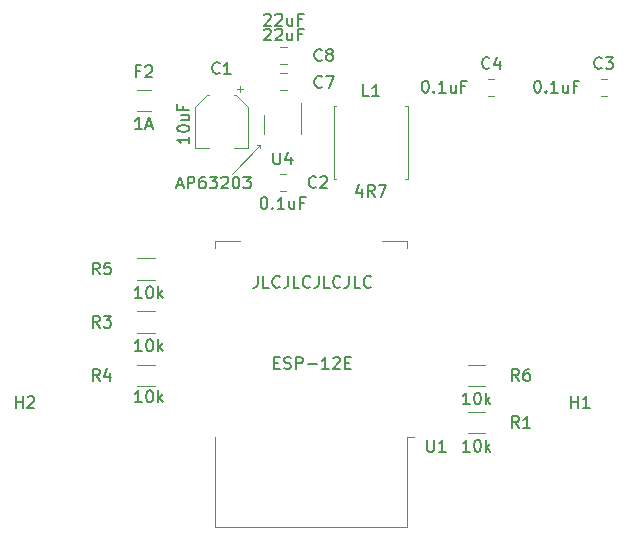
<source format=gbr>
%TF.GenerationSoftware,KiCad,Pcbnew,7.0.10*%
%TF.CreationDate,2024-04-03T10:39:24+02:00*%
%TF.ProjectId,Humi,48756d69-2e6b-4696-9361-645f70636258,rev?*%
%TF.SameCoordinates,Original*%
%TF.FileFunction,Legend,Top*%
%TF.FilePolarity,Positive*%
%FSLAX46Y46*%
G04 Gerber Fmt 4.6, Leading zero omitted, Abs format (unit mm)*
G04 Created by KiCad (PCBNEW 7.0.10) date 2024-04-03 10:39:24*
%MOMM*%
%LPD*%
G01*
G04 APERTURE LIST*
%ADD10C,0.150000*%
%ADD11C,0.100000*%
%ADD12C,0.120000*%
G04 APERTURE END LIST*
D10*
X143722493Y-97969819D02*
X143722493Y-98684104D01*
X143722493Y-98684104D02*
X143674874Y-98826961D01*
X143674874Y-98826961D02*
X143579636Y-98922200D01*
X143579636Y-98922200D02*
X143436779Y-98969819D01*
X143436779Y-98969819D02*
X143341541Y-98969819D01*
X144674874Y-98969819D02*
X144198684Y-98969819D01*
X144198684Y-98969819D02*
X144198684Y-97969819D01*
X145579636Y-98874580D02*
X145532017Y-98922200D01*
X145532017Y-98922200D02*
X145389160Y-98969819D01*
X145389160Y-98969819D02*
X145293922Y-98969819D01*
X145293922Y-98969819D02*
X145151065Y-98922200D01*
X145151065Y-98922200D02*
X145055827Y-98826961D01*
X145055827Y-98826961D02*
X145008208Y-98731723D01*
X145008208Y-98731723D02*
X144960589Y-98541247D01*
X144960589Y-98541247D02*
X144960589Y-98398390D01*
X144960589Y-98398390D02*
X145008208Y-98207914D01*
X145008208Y-98207914D02*
X145055827Y-98112676D01*
X145055827Y-98112676D02*
X145151065Y-98017438D01*
X145151065Y-98017438D02*
X145293922Y-97969819D01*
X145293922Y-97969819D02*
X145389160Y-97969819D01*
X145389160Y-97969819D02*
X145532017Y-98017438D01*
X145532017Y-98017438D02*
X145579636Y-98065057D01*
X146293922Y-97969819D02*
X146293922Y-98684104D01*
X146293922Y-98684104D02*
X146246303Y-98826961D01*
X146246303Y-98826961D02*
X146151065Y-98922200D01*
X146151065Y-98922200D02*
X146008208Y-98969819D01*
X146008208Y-98969819D02*
X145912970Y-98969819D01*
X147246303Y-98969819D02*
X146770113Y-98969819D01*
X146770113Y-98969819D02*
X146770113Y-97969819D01*
X148151065Y-98874580D02*
X148103446Y-98922200D01*
X148103446Y-98922200D02*
X147960589Y-98969819D01*
X147960589Y-98969819D02*
X147865351Y-98969819D01*
X147865351Y-98969819D02*
X147722494Y-98922200D01*
X147722494Y-98922200D02*
X147627256Y-98826961D01*
X147627256Y-98826961D02*
X147579637Y-98731723D01*
X147579637Y-98731723D02*
X147532018Y-98541247D01*
X147532018Y-98541247D02*
X147532018Y-98398390D01*
X147532018Y-98398390D02*
X147579637Y-98207914D01*
X147579637Y-98207914D02*
X147627256Y-98112676D01*
X147627256Y-98112676D02*
X147722494Y-98017438D01*
X147722494Y-98017438D02*
X147865351Y-97969819D01*
X147865351Y-97969819D02*
X147960589Y-97969819D01*
X147960589Y-97969819D02*
X148103446Y-98017438D01*
X148103446Y-98017438D02*
X148151065Y-98065057D01*
X148865351Y-97969819D02*
X148865351Y-98684104D01*
X148865351Y-98684104D02*
X148817732Y-98826961D01*
X148817732Y-98826961D02*
X148722494Y-98922200D01*
X148722494Y-98922200D02*
X148579637Y-98969819D01*
X148579637Y-98969819D02*
X148484399Y-98969819D01*
X149817732Y-98969819D02*
X149341542Y-98969819D01*
X149341542Y-98969819D02*
X149341542Y-97969819D01*
X150722494Y-98874580D02*
X150674875Y-98922200D01*
X150674875Y-98922200D02*
X150532018Y-98969819D01*
X150532018Y-98969819D02*
X150436780Y-98969819D01*
X150436780Y-98969819D02*
X150293923Y-98922200D01*
X150293923Y-98922200D02*
X150198685Y-98826961D01*
X150198685Y-98826961D02*
X150151066Y-98731723D01*
X150151066Y-98731723D02*
X150103447Y-98541247D01*
X150103447Y-98541247D02*
X150103447Y-98398390D01*
X150103447Y-98398390D02*
X150151066Y-98207914D01*
X150151066Y-98207914D02*
X150198685Y-98112676D01*
X150198685Y-98112676D02*
X150293923Y-98017438D01*
X150293923Y-98017438D02*
X150436780Y-97969819D01*
X150436780Y-97969819D02*
X150532018Y-97969819D01*
X150532018Y-97969819D02*
X150674875Y-98017438D01*
X150674875Y-98017438D02*
X150722494Y-98065057D01*
X151436780Y-97969819D02*
X151436780Y-98684104D01*
X151436780Y-98684104D02*
X151389161Y-98826961D01*
X151389161Y-98826961D02*
X151293923Y-98922200D01*
X151293923Y-98922200D02*
X151151066Y-98969819D01*
X151151066Y-98969819D02*
X151055828Y-98969819D01*
X152389161Y-98969819D02*
X151912971Y-98969819D01*
X151912971Y-98969819D02*
X151912971Y-97969819D01*
X153293923Y-98874580D02*
X153246304Y-98922200D01*
X153246304Y-98922200D02*
X153103447Y-98969819D01*
X153103447Y-98969819D02*
X153008209Y-98969819D01*
X153008209Y-98969819D02*
X152865352Y-98922200D01*
X152865352Y-98922200D02*
X152770114Y-98826961D01*
X152770114Y-98826961D02*
X152722495Y-98731723D01*
X152722495Y-98731723D02*
X152674876Y-98541247D01*
X152674876Y-98541247D02*
X152674876Y-98398390D01*
X152674876Y-98398390D02*
X152722495Y-98207914D01*
X152722495Y-98207914D02*
X152770114Y-98112676D01*
X152770114Y-98112676D02*
X152865352Y-98017438D01*
X152865352Y-98017438D02*
X153008209Y-97969819D01*
X153008209Y-97969819D02*
X153103447Y-97969819D01*
X153103447Y-97969819D02*
X153246304Y-98017438D01*
X153246304Y-98017438D02*
X153293923Y-98065057D01*
D11*
X143931250Y-86931250D02*
X143681250Y-86931250D01*
X143931250Y-86931250D02*
X141556250Y-89306250D01*
X143931250Y-86931250D02*
X143931250Y-87181250D01*
D10*
X123238095Y-109154819D02*
X123238095Y-108154819D01*
X123238095Y-108631009D02*
X123809523Y-108631009D01*
X123809523Y-109154819D02*
X123809523Y-108154819D01*
X124238095Y-108250057D02*
X124285714Y-108202438D01*
X124285714Y-108202438D02*
X124380952Y-108154819D01*
X124380952Y-108154819D02*
X124619047Y-108154819D01*
X124619047Y-108154819D02*
X124714285Y-108202438D01*
X124714285Y-108202438D02*
X124761904Y-108250057D01*
X124761904Y-108250057D02*
X124809523Y-108345295D01*
X124809523Y-108345295D02*
X124809523Y-108440533D01*
X124809523Y-108440533D02*
X124761904Y-108583390D01*
X124761904Y-108583390D02*
X124190476Y-109154819D01*
X124190476Y-109154819D02*
X124809523Y-109154819D01*
X170238095Y-109154819D02*
X170238095Y-108154819D01*
X170238095Y-108631009D02*
X170809523Y-108631009D01*
X170809523Y-109154819D02*
X170809523Y-108154819D01*
X171809523Y-109154819D02*
X171238095Y-109154819D01*
X171523809Y-109154819D02*
X171523809Y-108154819D01*
X171523809Y-108154819D02*
X171428571Y-108297676D01*
X171428571Y-108297676D02*
X171333333Y-108392914D01*
X171333333Y-108392914D02*
X171238095Y-108440533D01*
X130333333Y-102354819D02*
X130000000Y-101878628D01*
X129761905Y-102354819D02*
X129761905Y-101354819D01*
X129761905Y-101354819D02*
X130142857Y-101354819D01*
X130142857Y-101354819D02*
X130238095Y-101402438D01*
X130238095Y-101402438D02*
X130285714Y-101450057D01*
X130285714Y-101450057D02*
X130333333Y-101545295D01*
X130333333Y-101545295D02*
X130333333Y-101688152D01*
X130333333Y-101688152D02*
X130285714Y-101783390D01*
X130285714Y-101783390D02*
X130238095Y-101831009D01*
X130238095Y-101831009D02*
X130142857Y-101878628D01*
X130142857Y-101878628D02*
X129761905Y-101878628D01*
X130666667Y-101354819D02*
X131285714Y-101354819D01*
X131285714Y-101354819D02*
X130952381Y-101735771D01*
X130952381Y-101735771D02*
X131095238Y-101735771D01*
X131095238Y-101735771D02*
X131190476Y-101783390D01*
X131190476Y-101783390D02*
X131238095Y-101831009D01*
X131238095Y-101831009D02*
X131285714Y-101926247D01*
X131285714Y-101926247D02*
X131285714Y-102164342D01*
X131285714Y-102164342D02*
X131238095Y-102259580D01*
X131238095Y-102259580D02*
X131190476Y-102307200D01*
X131190476Y-102307200D02*
X131095238Y-102354819D01*
X131095238Y-102354819D02*
X130809524Y-102354819D01*
X130809524Y-102354819D02*
X130714286Y-102307200D01*
X130714286Y-102307200D02*
X130666667Y-102259580D01*
X133904761Y-104354819D02*
X133333333Y-104354819D01*
X133619047Y-104354819D02*
X133619047Y-103354819D01*
X133619047Y-103354819D02*
X133523809Y-103497676D01*
X133523809Y-103497676D02*
X133428571Y-103592914D01*
X133428571Y-103592914D02*
X133333333Y-103640533D01*
X134523809Y-103354819D02*
X134619047Y-103354819D01*
X134619047Y-103354819D02*
X134714285Y-103402438D01*
X134714285Y-103402438D02*
X134761904Y-103450057D01*
X134761904Y-103450057D02*
X134809523Y-103545295D01*
X134809523Y-103545295D02*
X134857142Y-103735771D01*
X134857142Y-103735771D02*
X134857142Y-103973866D01*
X134857142Y-103973866D02*
X134809523Y-104164342D01*
X134809523Y-104164342D02*
X134761904Y-104259580D01*
X134761904Y-104259580D02*
X134714285Y-104307200D01*
X134714285Y-104307200D02*
X134619047Y-104354819D01*
X134619047Y-104354819D02*
X134523809Y-104354819D01*
X134523809Y-104354819D02*
X134428571Y-104307200D01*
X134428571Y-104307200D02*
X134380952Y-104259580D01*
X134380952Y-104259580D02*
X134333333Y-104164342D01*
X134333333Y-104164342D02*
X134285714Y-103973866D01*
X134285714Y-103973866D02*
X134285714Y-103735771D01*
X134285714Y-103735771D02*
X134333333Y-103545295D01*
X134333333Y-103545295D02*
X134380952Y-103450057D01*
X134380952Y-103450057D02*
X134428571Y-103402438D01*
X134428571Y-103402438D02*
X134523809Y-103354819D01*
X135285714Y-104354819D02*
X135285714Y-103354819D01*
X135380952Y-103973866D02*
X135666666Y-104354819D01*
X135666666Y-103688152D02*
X135285714Y-104069104D01*
X130333333Y-106854819D02*
X130000000Y-106378628D01*
X129761905Y-106854819D02*
X129761905Y-105854819D01*
X129761905Y-105854819D02*
X130142857Y-105854819D01*
X130142857Y-105854819D02*
X130238095Y-105902438D01*
X130238095Y-105902438D02*
X130285714Y-105950057D01*
X130285714Y-105950057D02*
X130333333Y-106045295D01*
X130333333Y-106045295D02*
X130333333Y-106188152D01*
X130333333Y-106188152D02*
X130285714Y-106283390D01*
X130285714Y-106283390D02*
X130238095Y-106331009D01*
X130238095Y-106331009D02*
X130142857Y-106378628D01*
X130142857Y-106378628D02*
X129761905Y-106378628D01*
X131190476Y-106188152D02*
X131190476Y-106854819D01*
X130952381Y-105807200D02*
X130714286Y-106521485D01*
X130714286Y-106521485D02*
X131333333Y-106521485D01*
X133904761Y-108674819D02*
X133333333Y-108674819D01*
X133619047Y-108674819D02*
X133619047Y-107674819D01*
X133619047Y-107674819D02*
X133523809Y-107817676D01*
X133523809Y-107817676D02*
X133428571Y-107912914D01*
X133428571Y-107912914D02*
X133333333Y-107960533D01*
X134523809Y-107674819D02*
X134619047Y-107674819D01*
X134619047Y-107674819D02*
X134714285Y-107722438D01*
X134714285Y-107722438D02*
X134761904Y-107770057D01*
X134761904Y-107770057D02*
X134809523Y-107865295D01*
X134809523Y-107865295D02*
X134857142Y-108055771D01*
X134857142Y-108055771D02*
X134857142Y-108293866D01*
X134857142Y-108293866D02*
X134809523Y-108484342D01*
X134809523Y-108484342D02*
X134761904Y-108579580D01*
X134761904Y-108579580D02*
X134714285Y-108627200D01*
X134714285Y-108627200D02*
X134619047Y-108674819D01*
X134619047Y-108674819D02*
X134523809Y-108674819D01*
X134523809Y-108674819D02*
X134428571Y-108627200D01*
X134428571Y-108627200D02*
X134380952Y-108579580D01*
X134380952Y-108579580D02*
X134333333Y-108484342D01*
X134333333Y-108484342D02*
X134285714Y-108293866D01*
X134285714Y-108293866D02*
X134285714Y-108055771D01*
X134285714Y-108055771D02*
X134333333Y-107865295D01*
X134333333Y-107865295D02*
X134380952Y-107770057D01*
X134380952Y-107770057D02*
X134428571Y-107722438D01*
X134428571Y-107722438D02*
X134523809Y-107674819D01*
X135285714Y-108674819D02*
X135285714Y-107674819D01*
X135380952Y-108293866D02*
X135666666Y-108674819D01*
X135666666Y-108008152D02*
X135285714Y-108389104D01*
X148639583Y-90440830D02*
X148591964Y-90488450D01*
X148591964Y-90488450D02*
X148449107Y-90536069D01*
X148449107Y-90536069D02*
X148353869Y-90536069D01*
X148353869Y-90536069D02*
X148211012Y-90488450D01*
X148211012Y-90488450D02*
X148115774Y-90393211D01*
X148115774Y-90393211D02*
X148068155Y-90297973D01*
X148068155Y-90297973D02*
X148020536Y-90107497D01*
X148020536Y-90107497D02*
X148020536Y-89964640D01*
X148020536Y-89964640D02*
X148068155Y-89774164D01*
X148068155Y-89774164D02*
X148115774Y-89678926D01*
X148115774Y-89678926D02*
X148211012Y-89583688D01*
X148211012Y-89583688D02*
X148353869Y-89536069D01*
X148353869Y-89536069D02*
X148449107Y-89536069D01*
X148449107Y-89536069D02*
X148591964Y-89583688D01*
X148591964Y-89583688D02*
X148639583Y-89631307D01*
X149020536Y-89631307D02*
X149068155Y-89583688D01*
X149068155Y-89583688D02*
X149163393Y-89536069D01*
X149163393Y-89536069D02*
X149401488Y-89536069D01*
X149401488Y-89536069D02*
X149496726Y-89583688D01*
X149496726Y-89583688D02*
X149544345Y-89631307D01*
X149544345Y-89631307D02*
X149591964Y-89726545D01*
X149591964Y-89726545D02*
X149591964Y-89821783D01*
X149591964Y-89821783D02*
X149544345Y-89964640D01*
X149544345Y-89964640D02*
X148972917Y-90536069D01*
X148972917Y-90536069D02*
X149591964Y-90536069D01*
X144200893Y-91311069D02*
X144296131Y-91311069D01*
X144296131Y-91311069D02*
X144391369Y-91358688D01*
X144391369Y-91358688D02*
X144438988Y-91406307D01*
X144438988Y-91406307D02*
X144486607Y-91501545D01*
X144486607Y-91501545D02*
X144534226Y-91692021D01*
X144534226Y-91692021D02*
X144534226Y-91930116D01*
X144534226Y-91930116D02*
X144486607Y-92120592D01*
X144486607Y-92120592D02*
X144438988Y-92215830D01*
X144438988Y-92215830D02*
X144391369Y-92263450D01*
X144391369Y-92263450D02*
X144296131Y-92311069D01*
X144296131Y-92311069D02*
X144200893Y-92311069D01*
X144200893Y-92311069D02*
X144105655Y-92263450D01*
X144105655Y-92263450D02*
X144058036Y-92215830D01*
X144058036Y-92215830D02*
X144010417Y-92120592D01*
X144010417Y-92120592D02*
X143962798Y-91930116D01*
X143962798Y-91930116D02*
X143962798Y-91692021D01*
X143962798Y-91692021D02*
X144010417Y-91501545D01*
X144010417Y-91501545D02*
X144058036Y-91406307D01*
X144058036Y-91406307D02*
X144105655Y-91358688D01*
X144105655Y-91358688D02*
X144200893Y-91311069D01*
X144962798Y-92215830D02*
X145010417Y-92263450D01*
X145010417Y-92263450D02*
X144962798Y-92311069D01*
X144962798Y-92311069D02*
X144915179Y-92263450D01*
X144915179Y-92263450D02*
X144962798Y-92215830D01*
X144962798Y-92215830D02*
X144962798Y-92311069D01*
X145962797Y-92311069D02*
X145391369Y-92311069D01*
X145677083Y-92311069D02*
X145677083Y-91311069D01*
X145677083Y-91311069D02*
X145581845Y-91453926D01*
X145581845Y-91453926D02*
X145486607Y-91549164D01*
X145486607Y-91549164D02*
X145391369Y-91596783D01*
X146819940Y-91644402D02*
X146819940Y-92311069D01*
X146391369Y-91644402D02*
X146391369Y-92168211D01*
X146391369Y-92168211D02*
X146438988Y-92263450D01*
X146438988Y-92263450D02*
X146534226Y-92311069D01*
X146534226Y-92311069D02*
X146677083Y-92311069D01*
X146677083Y-92311069D02*
X146772321Y-92263450D01*
X146772321Y-92263450D02*
X146819940Y-92215830D01*
X147629464Y-91787259D02*
X147296131Y-91787259D01*
X147296131Y-92311069D02*
X147296131Y-91311069D01*
X147296131Y-91311069D02*
X147772321Y-91311069D01*
X133722916Y-80637259D02*
X133389583Y-80637259D01*
X133389583Y-81161069D02*
X133389583Y-80161069D01*
X133389583Y-80161069D02*
X133865773Y-80161069D01*
X134199107Y-80256307D02*
X134246726Y-80208688D01*
X134246726Y-80208688D02*
X134341964Y-80161069D01*
X134341964Y-80161069D02*
X134580059Y-80161069D01*
X134580059Y-80161069D02*
X134675297Y-80208688D01*
X134675297Y-80208688D02*
X134722916Y-80256307D01*
X134722916Y-80256307D02*
X134770535Y-80351545D01*
X134770535Y-80351545D02*
X134770535Y-80446783D01*
X134770535Y-80446783D02*
X134722916Y-80589640D01*
X134722916Y-80589640D02*
X134151488Y-81161069D01*
X134151488Y-81161069D02*
X134770535Y-81161069D01*
X133913392Y-85554819D02*
X133341964Y-85554819D01*
X133627678Y-85554819D02*
X133627678Y-84554819D01*
X133627678Y-84554819D02*
X133532440Y-84697676D01*
X133532440Y-84697676D02*
X133437202Y-84792914D01*
X133437202Y-84792914D02*
X133341964Y-84840533D01*
X134294345Y-85269104D02*
X134770535Y-85269104D01*
X134199107Y-85554819D02*
X134532440Y-84554819D01*
X134532440Y-84554819D02*
X134865773Y-85554819D01*
X172833333Y-80359580D02*
X172785714Y-80407200D01*
X172785714Y-80407200D02*
X172642857Y-80454819D01*
X172642857Y-80454819D02*
X172547619Y-80454819D01*
X172547619Y-80454819D02*
X172404762Y-80407200D01*
X172404762Y-80407200D02*
X172309524Y-80311961D01*
X172309524Y-80311961D02*
X172261905Y-80216723D01*
X172261905Y-80216723D02*
X172214286Y-80026247D01*
X172214286Y-80026247D02*
X172214286Y-79883390D01*
X172214286Y-79883390D02*
X172261905Y-79692914D01*
X172261905Y-79692914D02*
X172309524Y-79597676D01*
X172309524Y-79597676D02*
X172404762Y-79502438D01*
X172404762Y-79502438D02*
X172547619Y-79454819D01*
X172547619Y-79454819D02*
X172642857Y-79454819D01*
X172642857Y-79454819D02*
X172785714Y-79502438D01*
X172785714Y-79502438D02*
X172833333Y-79550057D01*
X173166667Y-79454819D02*
X173785714Y-79454819D01*
X173785714Y-79454819D02*
X173452381Y-79835771D01*
X173452381Y-79835771D02*
X173595238Y-79835771D01*
X173595238Y-79835771D02*
X173690476Y-79883390D01*
X173690476Y-79883390D02*
X173738095Y-79931009D01*
X173738095Y-79931009D02*
X173785714Y-80026247D01*
X173785714Y-80026247D02*
X173785714Y-80264342D01*
X173785714Y-80264342D02*
X173738095Y-80359580D01*
X173738095Y-80359580D02*
X173690476Y-80407200D01*
X173690476Y-80407200D02*
X173595238Y-80454819D01*
X173595238Y-80454819D02*
X173309524Y-80454819D01*
X173309524Y-80454819D02*
X173214286Y-80407200D01*
X173214286Y-80407200D02*
X173166667Y-80359580D01*
X167357143Y-81454819D02*
X167452381Y-81454819D01*
X167452381Y-81454819D02*
X167547619Y-81502438D01*
X167547619Y-81502438D02*
X167595238Y-81550057D01*
X167595238Y-81550057D02*
X167642857Y-81645295D01*
X167642857Y-81645295D02*
X167690476Y-81835771D01*
X167690476Y-81835771D02*
X167690476Y-82073866D01*
X167690476Y-82073866D02*
X167642857Y-82264342D01*
X167642857Y-82264342D02*
X167595238Y-82359580D01*
X167595238Y-82359580D02*
X167547619Y-82407200D01*
X167547619Y-82407200D02*
X167452381Y-82454819D01*
X167452381Y-82454819D02*
X167357143Y-82454819D01*
X167357143Y-82454819D02*
X167261905Y-82407200D01*
X167261905Y-82407200D02*
X167214286Y-82359580D01*
X167214286Y-82359580D02*
X167166667Y-82264342D01*
X167166667Y-82264342D02*
X167119048Y-82073866D01*
X167119048Y-82073866D02*
X167119048Y-81835771D01*
X167119048Y-81835771D02*
X167166667Y-81645295D01*
X167166667Y-81645295D02*
X167214286Y-81550057D01*
X167214286Y-81550057D02*
X167261905Y-81502438D01*
X167261905Y-81502438D02*
X167357143Y-81454819D01*
X168119048Y-82359580D02*
X168166667Y-82407200D01*
X168166667Y-82407200D02*
X168119048Y-82454819D01*
X168119048Y-82454819D02*
X168071429Y-82407200D01*
X168071429Y-82407200D02*
X168119048Y-82359580D01*
X168119048Y-82359580D02*
X168119048Y-82454819D01*
X169119047Y-82454819D02*
X168547619Y-82454819D01*
X168833333Y-82454819D02*
X168833333Y-81454819D01*
X168833333Y-81454819D02*
X168738095Y-81597676D01*
X168738095Y-81597676D02*
X168642857Y-81692914D01*
X168642857Y-81692914D02*
X168547619Y-81740533D01*
X169976190Y-81788152D02*
X169976190Y-82454819D01*
X169547619Y-81788152D02*
X169547619Y-82311961D01*
X169547619Y-82311961D02*
X169595238Y-82407200D01*
X169595238Y-82407200D02*
X169690476Y-82454819D01*
X169690476Y-82454819D02*
X169833333Y-82454819D01*
X169833333Y-82454819D02*
X169928571Y-82407200D01*
X169928571Y-82407200D02*
X169976190Y-82359580D01*
X170785714Y-81931009D02*
X170452381Y-81931009D01*
X170452381Y-82454819D02*
X170452381Y-81454819D01*
X170452381Y-81454819D02*
X170928571Y-81454819D01*
X163333333Y-80359580D02*
X163285714Y-80407200D01*
X163285714Y-80407200D02*
X163142857Y-80454819D01*
X163142857Y-80454819D02*
X163047619Y-80454819D01*
X163047619Y-80454819D02*
X162904762Y-80407200D01*
X162904762Y-80407200D02*
X162809524Y-80311961D01*
X162809524Y-80311961D02*
X162761905Y-80216723D01*
X162761905Y-80216723D02*
X162714286Y-80026247D01*
X162714286Y-80026247D02*
X162714286Y-79883390D01*
X162714286Y-79883390D02*
X162761905Y-79692914D01*
X162761905Y-79692914D02*
X162809524Y-79597676D01*
X162809524Y-79597676D02*
X162904762Y-79502438D01*
X162904762Y-79502438D02*
X163047619Y-79454819D01*
X163047619Y-79454819D02*
X163142857Y-79454819D01*
X163142857Y-79454819D02*
X163285714Y-79502438D01*
X163285714Y-79502438D02*
X163333333Y-79550057D01*
X164190476Y-79788152D02*
X164190476Y-80454819D01*
X163952381Y-79407200D02*
X163714286Y-80121485D01*
X163714286Y-80121485D02*
X164333333Y-80121485D01*
X157857143Y-81454819D02*
X157952381Y-81454819D01*
X157952381Y-81454819D02*
X158047619Y-81502438D01*
X158047619Y-81502438D02*
X158095238Y-81550057D01*
X158095238Y-81550057D02*
X158142857Y-81645295D01*
X158142857Y-81645295D02*
X158190476Y-81835771D01*
X158190476Y-81835771D02*
X158190476Y-82073866D01*
X158190476Y-82073866D02*
X158142857Y-82264342D01*
X158142857Y-82264342D02*
X158095238Y-82359580D01*
X158095238Y-82359580D02*
X158047619Y-82407200D01*
X158047619Y-82407200D02*
X157952381Y-82454819D01*
X157952381Y-82454819D02*
X157857143Y-82454819D01*
X157857143Y-82454819D02*
X157761905Y-82407200D01*
X157761905Y-82407200D02*
X157714286Y-82359580D01*
X157714286Y-82359580D02*
X157666667Y-82264342D01*
X157666667Y-82264342D02*
X157619048Y-82073866D01*
X157619048Y-82073866D02*
X157619048Y-81835771D01*
X157619048Y-81835771D02*
X157666667Y-81645295D01*
X157666667Y-81645295D02*
X157714286Y-81550057D01*
X157714286Y-81550057D02*
X157761905Y-81502438D01*
X157761905Y-81502438D02*
X157857143Y-81454819D01*
X158619048Y-82359580D02*
X158666667Y-82407200D01*
X158666667Y-82407200D02*
X158619048Y-82454819D01*
X158619048Y-82454819D02*
X158571429Y-82407200D01*
X158571429Y-82407200D02*
X158619048Y-82359580D01*
X158619048Y-82359580D02*
X158619048Y-82454819D01*
X159619047Y-82454819D02*
X159047619Y-82454819D01*
X159333333Y-82454819D02*
X159333333Y-81454819D01*
X159333333Y-81454819D02*
X159238095Y-81597676D01*
X159238095Y-81597676D02*
X159142857Y-81692914D01*
X159142857Y-81692914D02*
X159047619Y-81740533D01*
X160476190Y-81788152D02*
X160476190Y-82454819D01*
X160047619Y-81788152D02*
X160047619Y-82311961D01*
X160047619Y-82311961D02*
X160095238Y-82407200D01*
X160095238Y-82407200D02*
X160190476Y-82454819D01*
X160190476Y-82454819D02*
X160333333Y-82454819D01*
X160333333Y-82454819D02*
X160428571Y-82407200D01*
X160428571Y-82407200D02*
X160476190Y-82359580D01*
X161285714Y-81931009D02*
X160952381Y-81931009D01*
X160952381Y-82454819D02*
X160952381Y-81454819D01*
X160952381Y-81454819D02*
X161428571Y-81454819D01*
X149139583Y-81940830D02*
X149091964Y-81988450D01*
X149091964Y-81988450D02*
X148949107Y-82036069D01*
X148949107Y-82036069D02*
X148853869Y-82036069D01*
X148853869Y-82036069D02*
X148711012Y-81988450D01*
X148711012Y-81988450D02*
X148615774Y-81893211D01*
X148615774Y-81893211D02*
X148568155Y-81797973D01*
X148568155Y-81797973D02*
X148520536Y-81607497D01*
X148520536Y-81607497D02*
X148520536Y-81464640D01*
X148520536Y-81464640D02*
X148568155Y-81274164D01*
X148568155Y-81274164D02*
X148615774Y-81178926D01*
X148615774Y-81178926D02*
X148711012Y-81083688D01*
X148711012Y-81083688D02*
X148853869Y-81036069D01*
X148853869Y-81036069D02*
X148949107Y-81036069D01*
X148949107Y-81036069D02*
X149091964Y-81083688D01*
X149091964Y-81083688D02*
X149139583Y-81131307D01*
X149472917Y-81036069D02*
X150139583Y-81036069D01*
X150139583Y-81036069D02*
X149711012Y-82036069D01*
X144263393Y-77131307D02*
X144311012Y-77083688D01*
X144311012Y-77083688D02*
X144406250Y-77036069D01*
X144406250Y-77036069D02*
X144644345Y-77036069D01*
X144644345Y-77036069D02*
X144739583Y-77083688D01*
X144739583Y-77083688D02*
X144787202Y-77131307D01*
X144787202Y-77131307D02*
X144834821Y-77226545D01*
X144834821Y-77226545D02*
X144834821Y-77321783D01*
X144834821Y-77321783D02*
X144787202Y-77464640D01*
X144787202Y-77464640D02*
X144215774Y-78036069D01*
X144215774Y-78036069D02*
X144834821Y-78036069D01*
X145215774Y-77131307D02*
X145263393Y-77083688D01*
X145263393Y-77083688D02*
X145358631Y-77036069D01*
X145358631Y-77036069D02*
X145596726Y-77036069D01*
X145596726Y-77036069D02*
X145691964Y-77083688D01*
X145691964Y-77083688D02*
X145739583Y-77131307D01*
X145739583Y-77131307D02*
X145787202Y-77226545D01*
X145787202Y-77226545D02*
X145787202Y-77321783D01*
X145787202Y-77321783D02*
X145739583Y-77464640D01*
X145739583Y-77464640D02*
X145168155Y-78036069D01*
X145168155Y-78036069D02*
X145787202Y-78036069D01*
X146644345Y-77369402D02*
X146644345Y-78036069D01*
X146215774Y-77369402D02*
X146215774Y-77893211D01*
X146215774Y-77893211D02*
X146263393Y-77988450D01*
X146263393Y-77988450D02*
X146358631Y-78036069D01*
X146358631Y-78036069D02*
X146501488Y-78036069D01*
X146501488Y-78036069D02*
X146596726Y-77988450D01*
X146596726Y-77988450D02*
X146644345Y-77940830D01*
X147453869Y-77512259D02*
X147120536Y-77512259D01*
X147120536Y-78036069D02*
X147120536Y-77036069D01*
X147120536Y-77036069D02*
X147596726Y-77036069D01*
X165833333Y-106854819D02*
X165500000Y-106378628D01*
X165261905Y-106854819D02*
X165261905Y-105854819D01*
X165261905Y-105854819D02*
X165642857Y-105854819D01*
X165642857Y-105854819D02*
X165738095Y-105902438D01*
X165738095Y-105902438D02*
X165785714Y-105950057D01*
X165785714Y-105950057D02*
X165833333Y-106045295D01*
X165833333Y-106045295D02*
X165833333Y-106188152D01*
X165833333Y-106188152D02*
X165785714Y-106283390D01*
X165785714Y-106283390D02*
X165738095Y-106331009D01*
X165738095Y-106331009D02*
X165642857Y-106378628D01*
X165642857Y-106378628D02*
X165261905Y-106378628D01*
X166690476Y-105854819D02*
X166500000Y-105854819D01*
X166500000Y-105854819D02*
X166404762Y-105902438D01*
X166404762Y-105902438D02*
X166357143Y-105950057D01*
X166357143Y-105950057D02*
X166261905Y-106092914D01*
X166261905Y-106092914D02*
X166214286Y-106283390D01*
X166214286Y-106283390D02*
X166214286Y-106664342D01*
X166214286Y-106664342D02*
X166261905Y-106759580D01*
X166261905Y-106759580D02*
X166309524Y-106807200D01*
X166309524Y-106807200D02*
X166404762Y-106854819D01*
X166404762Y-106854819D02*
X166595238Y-106854819D01*
X166595238Y-106854819D02*
X166690476Y-106807200D01*
X166690476Y-106807200D02*
X166738095Y-106759580D01*
X166738095Y-106759580D02*
X166785714Y-106664342D01*
X166785714Y-106664342D02*
X166785714Y-106426247D01*
X166785714Y-106426247D02*
X166738095Y-106331009D01*
X166738095Y-106331009D02*
X166690476Y-106283390D01*
X166690476Y-106283390D02*
X166595238Y-106235771D01*
X166595238Y-106235771D02*
X166404762Y-106235771D01*
X166404762Y-106235771D02*
X166309524Y-106283390D01*
X166309524Y-106283390D02*
X166261905Y-106331009D01*
X166261905Y-106331009D02*
X166214286Y-106426247D01*
X161654761Y-112854819D02*
X161083333Y-112854819D01*
X161369047Y-112854819D02*
X161369047Y-111854819D01*
X161369047Y-111854819D02*
X161273809Y-111997676D01*
X161273809Y-111997676D02*
X161178571Y-112092914D01*
X161178571Y-112092914D02*
X161083333Y-112140533D01*
X162273809Y-111854819D02*
X162369047Y-111854819D01*
X162369047Y-111854819D02*
X162464285Y-111902438D01*
X162464285Y-111902438D02*
X162511904Y-111950057D01*
X162511904Y-111950057D02*
X162559523Y-112045295D01*
X162559523Y-112045295D02*
X162607142Y-112235771D01*
X162607142Y-112235771D02*
X162607142Y-112473866D01*
X162607142Y-112473866D02*
X162559523Y-112664342D01*
X162559523Y-112664342D02*
X162511904Y-112759580D01*
X162511904Y-112759580D02*
X162464285Y-112807200D01*
X162464285Y-112807200D02*
X162369047Y-112854819D01*
X162369047Y-112854819D02*
X162273809Y-112854819D01*
X162273809Y-112854819D02*
X162178571Y-112807200D01*
X162178571Y-112807200D02*
X162130952Y-112759580D01*
X162130952Y-112759580D02*
X162083333Y-112664342D01*
X162083333Y-112664342D02*
X162035714Y-112473866D01*
X162035714Y-112473866D02*
X162035714Y-112235771D01*
X162035714Y-112235771D02*
X162083333Y-112045295D01*
X162083333Y-112045295D02*
X162130952Y-111950057D01*
X162130952Y-111950057D02*
X162178571Y-111902438D01*
X162178571Y-111902438D02*
X162273809Y-111854819D01*
X163035714Y-112854819D02*
X163035714Y-111854819D01*
X163130952Y-112473866D02*
X163416666Y-112854819D01*
X163416666Y-112188152D02*
X163035714Y-112569104D01*
X140489583Y-80790830D02*
X140441964Y-80838450D01*
X140441964Y-80838450D02*
X140299107Y-80886069D01*
X140299107Y-80886069D02*
X140203869Y-80886069D01*
X140203869Y-80886069D02*
X140061012Y-80838450D01*
X140061012Y-80838450D02*
X139965774Y-80743211D01*
X139965774Y-80743211D02*
X139918155Y-80647973D01*
X139918155Y-80647973D02*
X139870536Y-80457497D01*
X139870536Y-80457497D02*
X139870536Y-80314640D01*
X139870536Y-80314640D02*
X139918155Y-80124164D01*
X139918155Y-80124164D02*
X139965774Y-80028926D01*
X139965774Y-80028926D02*
X140061012Y-79933688D01*
X140061012Y-79933688D02*
X140203869Y-79886069D01*
X140203869Y-79886069D02*
X140299107Y-79886069D01*
X140299107Y-79886069D02*
X140441964Y-79933688D01*
X140441964Y-79933688D02*
X140489583Y-79981307D01*
X141441964Y-80886069D02*
X140870536Y-80886069D01*
X141156250Y-80886069D02*
X141156250Y-79886069D01*
X141156250Y-79886069D02*
X141061012Y-80028926D01*
X141061012Y-80028926D02*
X140965774Y-80124164D01*
X140965774Y-80124164D02*
X140870536Y-80171783D01*
X137911069Y-86177678D02*
X137911069Y-86749106D01*
X137911069Y-86463392D02*
X136911069Y-86463392D01*
X136911069Y-86463392D02*
X137053926Y-86558630D01*
X137053926Y-86558630D02*
X137149164Y-86653868D01*
X137149164Y-86653868D02*
X137196783Y-86749106D01*
X136911069Y-85558630D02*
X136911069Y-85463392D01*
X136911069Y-85463392D02*
X136958688Y-85368154D01*
X136958688Y-85368154D02*
X137006307Y-85320535D01*
X137006307Y-85320535D02*
X137101545Y-85272916D01*
X137101545Y-85272916D02*
X137292021Y-85225297D01*
X137292021Y-85225297D02*
X137530116Y-85225297D01*
X137530116Y-85225297D02*
X137720592Y-85272916D01*
X137720592Y-85272916D02*
X137815830Y-85320535D01*
X137815830Y-85320535D02*
X137863450Y-85368154D01*
X137863450Y-85368154D02*
X137911069Y-85463392D01*
X137911069Y-85463392D02*
X137911069Y-85558630D01*
X137911069Y-85558630D02*
X137863450Y-85653868D01*
X137863450Y-85653868D02*
X137815830Y-85701487D01*
X137815830Y-85701487D02*
X137720592Y-85749106D01*
X137720592Y-85749106D02*
X137530116Y-85796725D01*
X137530116Y-85796725D02*
X137292021Y-85796725D01*
X137292021Y-85796725D02*
X137101545Y-85749106D01*
X137101545Y-85749106D02*
X137006307Y-85701487D01*
X137006307Y-85701487D02*
X136958688Y-85653868D01*
X136958688Y-85653868D02*
X136911069Y-85558630D01*
X137244402Y-84368154D02*
X137911069Y-84368154D01*
X137244402Y-84796725D02*
X137768211Y-84796725D01*
X137768211Y-84796725D02*
X137863450Y-84749106D01*
X137863450Y-84749106D02*
X137911069Y-84653868D01*
X137911069Y-84653868D02*
X137911069Y-84511011D01*
X137911069Y-84511011D02*
X137863450Y-84415773D01*
X137863450Y-84415773D02*
X137815830Y-84368154D01*
X137387259Y-83558630D02*
X137387259Y-83891963D01*
X137911069Y-83891963D02*
X136911069Y-83891963D01*
X136911069Y-83891963D02*
X136911069Y-83415773D01*
X153139583Y-82761069D02*
X152663393Y-82761069D01*
X152663393Y-82761069D02*
X152663393Y-81761069D01*
X153996726Y-82761069D02*
X153425298Y-82761069D01*
X153711012Y-82761069D02*
X153711012Y-81761069D01*
X153711012Y-81761069D02*
X153615774Y-81903926D01*
X153615774Y-81903926D02*
X153520536Y-81999164D01*
X153520536Y-81999164D02*
X153425298Y-82046783D01*
X152520535Y-90594402D02*
X152520535Y-91261069D01*
X152282440Y-90213450D02*
X152044345Y-90927735D01*
X152044345Y-90927735D02*
X152663392Y-90927735D01*
X153615773Y-91261069D02*
X153282440Y-90784878D01*
X153044345Y-91261069D02*
X153044345Y-90261069D01*
X153044345Y-90261069D02*
X153425297Y-90261069D01*
X153425297Y-90261069D02*
X153520535Y-90308688D01*
X153520535Y-90308688D02*
X153568154Y-90356307D01*
X153568154Y-90356307D02*
X153615773Y-90451545D01*
X153615773Y-90451545D02*
X153615773Y-90594402D01*
X153615773Y-90594402D02*
X153568154Y-90689640D01*
X153568154Y-90689640D02*
X153520535Y-90737259D01*
X153520535Y-90737259D02*
X153425297Y-90784878D01*
X153425297Y-90784878D02*
X153044345Y-90784878D01*
X153949107Y-90261069D02*
X154615773Y-90261069D01*
X154615773Y-90261069D02*
X154187202Y-91261069D01*
X130333333Y-97854819D02*
X130000000Y-97378628D01*
X129761905Y-97854819D02*
X129761905Y-96854819D01*
X129761905Y-96854819D02*
X130142857Y-96854819D01*
X130142857Y-96854819D02*
X130238095Y-96902438D01*
X130238095Y-96902438D02*
X130285714Y-96950057D01*
X130285714Y-96950057D02*
X130333333Y-97045295D01*
X130333333Y-97045295D02*
X130333333Y-97188152D01*
X130333333Y-97188152D02*
X130285714Y-97283390D01*
X130285714Y-97283390D02*
X130238095Y-97331009D01*
X130238095Y-97331009D02*
X130142857Y-97378628D01*
X130142857Y-97378628D02*
X129761905Y-97378628D01*
X131238095Y-96854819D02*
X130761905Y-96854819D01*
X130761905Y-96854819D02*
X130714286Y-97331009D01*
X130714286Y-97331009D02*
X130761905Y-97283390D01*
X130761905Y-97283390D02*
X130857143Y-97235771D01*
X130857143Y-97235771D02*
X131095238Y-97235771D01*
X131095238Y-97235771D02*
X131190476Y-97283390D01*
X131190476Y-97283390D02*
X131238095Y-97331009D01*
X131238095Y-97331009D02*
X131285714Y-97426247D01*
X131285714Y-97426247D02*
X131285714Y-97664342D01*
X131285714Y-97664342D02*
X131238095Y-97759580D01*
X131238095Y-97759580D02*
X131190476Y-97807200D01*
X131190476Y-97807200D02*
X131095238Y-97854819D01*
X131095238Y-97854819D02*
X130857143Y-97854819D01*
X130857143Y-97854819D02*
X130761905Y-97807200D01*
X130761905Y-97807200D02*
X130714286Y-97759580D01*
X133904761Y-99854819D02*
X133333333Y-99854819D01*
X133619047Y-99854819D02*
X133619047Y-98854819D01*
X133619047Y-98854819D02*
X133523809Y-98997676D01*
X133523809Y-98997676D02*
X133428571Y-99092914D01*
X133428571Y-99092914D02*
X133333333Y-99140533D01*
X134523809Y-98854819D02*
X134619047Y-98854819D01*
X134619047Y-98854819D02*
X134714285Y-98902438D01*
X134714285Y-98902438D02*
X134761904Y-98950057D01*
X134761904Y-98950057D02*
X134809523Y-99045295D01*
X134809523Y-99045295D02*
X134857142Y-99235771D01*
X134857142Y-99235771D02*
X134857142Y-99473866D01*
X134857142Y-99473866D02*
X134809523Y-99664342D01*
X134809523Y-99664342D02*
X134761904Y-99759580D01*
X134761904Y-99759580D02*
X134714285Y-99807200D01*
X134714285Y-99807200D02*
X134619047Y-99854819D01*
X134619047Y-99854819D02*
X134523809Y-99854819D01*
X134523809Y-99854819D02*
X134428571Y-99807200D01*
X134428571Y-99807200D02*
X134380952Y-99759580D01*
X134380952Y-99759580D02*
X134333333Y-99664342D01*
X134333333Y-99664342D02*
X134285714Y-99473866D01*
X134285714Y-99473866D02*
X134285714Y-99235771D01*
X134285714Y-99235771D02*
X134333333Y-99045295D01*
X134333333Y-99045295D02*
X134380952Y-98950057D01*
X134380952Y-98950057D02*
X134428571Y-98902438D01*
X134428571Y-98902438D02*
X134523809Y-98854819D01*
X135285714Y-99854819D02*
X135285714Y-98854819D01*
X135380952Y-99473866D02*
X135666666Y-99854819D01*
X135666666Y-99188152D02*
X135285714Y-99569104D01*
X149139583Y-79665830D02*
X149091964Y-79713450D01*
X149091964Y-79713450D02*
X148949107Y-79761069D01*
X148949107Y-79761069D02*
X148853869Y-79761069D01*
X148853869Y-79761069D02*
X148711012Y-79713450D01*
X148711012Y-79713450D02*
X148615774Y-79618211D01*
X148615774Y-79618211D02*
X148568155Y-79522973D01*
X148568155Y-79522973D02*
X148520536Y-79332497D01*
X148520536Y-79332497D02*
X148520536Y-79189640D01*
X148520536Y-79189640D02*
X148568155Y-78999164D01*
X148568155Y-78999164D02*
X148615774Y-78903926D01*
X148615774Y-78903926D02*
X148711012Y-78808688D01*
X148711012Y-78808688D02*
X148853869Y-78761069D01*
X148853869Y-78761069D02*
X148949107Y-78761069D01*
X148949107Y-78761069D02*
X149091964Y-78808688D01*
X149091964Y-78808688D02*
X149139583Y-78856307D01*
X149711012Y-79189640D02*
X149615774Y-79142021D01*
X149615774Y-79142021D02*
X149568155Y-79094402D01*
X149568155Y-79094402D02*
X149520536Y-78999164D01*
X149520536Y-78999164D02*
X149520536Y-78951545D01*
X149520536Y-78951545D02*
X149568155Y-78856307D01*
X149568155Y-78856307D02*
X149615774Y-78808688D01*
X149615774Y-78808688D02*
X149711012Y-78761069D01*
X149711012Y-78761069D02*
X149901488Y-78761069D01*
X149901488Y-78761069D02*
X149996726Y-78808688D01*
X149996726Y-78808688D02*
X150044345Y-78856307D01*
X150044345Y-78856307D02*
X150091964Y-78951545D01*
X150091964Y-78951545D02*
X150091964Y-78999164D01*
X150091964Y-78999164D02*
X150044345Y-79094402D01*
X150044345Y-79094402D02*
X149996726Y-79142021D01*
X149996726Y-79142021D02*
X149901488Y-79189640D01*
X149901488Y-79189640D02*
X149711012Y-79189640D01*
X149711012Y-79189640D02*
X149615774Y-79237259D01*
X149615774Y-79237259D02*
X149568155Y-79284878D01*
X149568155Y-79284878D02*
X149520536Y-79380116D01*
X149520536Y-79380116D02*
X149520536Y-79570592D01*
X149520536Y-79570592D02*
X149568155Y-79665830D01*
X149568155Y-79665830D02*
X149615774Y-79713450D01*
X149615774Y-79713450D02*
X149711012Y-79761069D01*
X149711012Y-79761069D02*
X149901488Y-79761069D01*
X149901488Y-79761069D02*
X149996726Y-79713450D01*
X149996726Y-79713450D02*
X150044345Y-79665830D01*
X150044345Y-79665830D02*
X150091964Y-79570592D01*
X150091964Y-79570592D02*
X150091964Y-79380116D01*
X150091964Y-79380116D02*
X150044345Y-79284878D01*
X150044345Y-79284878D02*
X149996726Y-79237259D01*
X149996726Y-79237259D02*
X149901488Y-79189640D01*
X144263393Y-75881307D02*
X144311012Y-75833688D01*
X144311012Y-75833688D02*
X144406250Y-75786069D01*
X144406250Y-75786069D02*
X144644345Y-75786069D01*
X144644345Y-75786069D02*
X144739583Y-75833688D01*
X144739583Y-75833688D02*
X144787202Y-75881307D01*
X144787202Y-75881307D02*
X144834821Y-75976545D01*
X144834821Y-75976545D02*
X144834821Y-76071783D01*
X144834821Y-76071783D02*
X144787202Y-76214640D01*
X144787202Y-76214640D02*
X144215774Y-76786069D01*
X144215774Y-76786069D02*
X144834821Y-76786069D01*
X145215774Y-75881307D02*
X145263393Y-75833688D01*
X145263393Y-75833688D02*
X145358631Y-75786069D01*
X145358631Y-75786069D02*
X145596726Y-75786069D01*
X145596726Y-75786069D02*
X145691964Y-75833688D01*
X145691964Y-75833688D02*
X145739583Y-75881307D01*
X145739583Y-75881307D02*
X145787202Y-75976545D01*
X145787202Y-75976545D02*
X145787202Y-76071783D01*
X145787202Y-76071783D02*
X145739583Y-76214640D01*
X145739583Y-76214640D02*
X145168155Y-76786069D01*
X145168155Y-76786069D02*
X145787202Y-76786069D01*
X146644345Y-76119402D02*
X146644345Y-76786069D01*
X146215774Y-76119402D02*
X146215774Y-76643211D01*
X146215774Y-76643211D02*
X146263393Y-76738450D01*
X146263393Y-76738450D02*
X146358631Y-76786069D01*
X146358631Y-76786069D02*
X146501488Y-76786069D01*
X146501488Y-76786069D02*
X146596726Y-76738450D01*
X146596726Y-76738450D02*
X146644345Y-76690830D01*
X147453869Y-76262259D02*
X147120536Y-76262259D01*
X147120536Y-76786069D02*
X147120536Y-75786069D01*
X147120536Y-75786069D02*
X147596726Y-75786069D01*
X145044345Y-87536069D02*
X145044345Y-88345592D01*
X145044345Y-88345592D02*
X145091964Y-88440830D01*
X145091964Y-88440830D02*
X145139583Y-88488450D01*
X145139583Y-88488450D02*
X145234821Y-88536069D01*
X145234821Y-88536069D02*
X145425297Y-88536069D01*
X145425297Y-88536069D02*
X145520535Y-88488450D01*
X145520535Y-88488450D02*
X145568154Y-88440830D01*
X145568154Y-88440830D02*
X145615773Y-88345592D01*
X145615773Y-88345592D02*
X145615773Y-87536069D01*
X146520535Y-87869402D02*
X146520535Y-88536069D01*
X146282440Y-87488450D02*
X146044345Y-88202735D01*
X146044345Y-88202735D02*
X146663392Y-88202735D01*
X136880952Y-90275354D02*
X137357142Y-90275354D01*
X136785714Y-90561069D02*
X137119047Y-89561069D01*
X137119047Y-89561069D02*
X137452380Y-90561069D01*
X137785714Y-90561069D02*
X137785714Y-89561069D01*
X137785714Y-89561069D02*
X138166666Y-89561069D01*
X138166666Y-89561069D02*
X138261904Y-89608688D01*
X138261904Y-89608688D02*
X138309523Y-89656307D01*
X138309523Y-89656307D02*
X138357142Y-89751545D01*
X138357142Y-89751545D02*
X138357142Y-89894402D01*
X138357142Y-89894402D02*
X138309523Y-89989640D01*
X138309523Y-89989640D02*
X138261904Y-90037259D01*
X138261904Y-90037259D02*
X138166666Y-90084878D01*
X138166666Y-90084878D02*
X137785714Y-90084878D01*
X139214285Y-89561069D02*
X139023809Y-89561069D01*
X139023809Y-89561069D02*
X138928571Y-89608688D01*
X138928571Y-89608688D02*
X138880952Y-89656307D01*
X138880952Y-89656307D02*
X138785714Y-89799164D01*
X138785714Y-89799164D02*
X138738095Y-89989640D01*
X138738095Y-89989640D02*
X138738095Y-90370592D01*
X138738095Y-90370592D02*
X138785714Y-90465830D01*
X138785714Y-90465830D02*
X138833333Y-90513450D01*
X138833333Y-90513450D02*
X138928571Y-90561069D01*
X138928571Y-90561069D02*
X139119047Y-90561069D01*
X139119047Y-90561069D02*
X139214285Y-90513450D01*
X139214285Y-90513450D02*
X139261904Y-90465830D01*
X139261904Y-90465830D02*
X139309523Y-90370592D01*
X139309523Y-90370592D02*
X139309523Y-90132497D01*
X139309523Y-90132497D02*
X139261904Y-90037259D01*
X139261904Y-90037259D02*
X139214285Y-89989640D01*
X139214285Y-89989640D02*
X139119047Y-89942021D01*
X139119047Y-89942021D02*
X138928571Y-89942021D01*
X138928571Y-89942021D02*
X138833333Y-89989640D01*
X138833333Y-89989640D02*
X138785714Y-90037259D01*
X138785714Y-90037259D02*
X138738095Y-90132497D01*
X139642857Y-89561069D02*
X140261904Y-89561069D01*
X140261904Y-89561069D02*
X139928571Y-89942021D01*
X139928571Y-89942021D02*
X140071428Y-89942021D01*
X140071428Y-89942021D02*
X140166666Y-89989640D01*
X140166666Y-89989640D02*
X140214285Y-90037259D01*
X140214285Y-90037259D02*
X140261904Y-90132497D01*
X140261904Y-90132497D02*
X140261904Y-90370592D01*
X140261904Y-90370592D02*
X140214285Y-90465830D01*
X140214285Y-90465830D02*
X140166666Y-90513450D01*
X140166666Y-90513450D02*
X140071428Y-90561069D01*
X140071428Y-90561069D02*
X139785714Y-90561069D01*
X139785714Y-90561069D02*
X139690476Y-90513450D01*
X139690476Y-90513450D02*
X139642857Y-90465830D01*
X140642857Y-89656307D02*
X140690476Y-89608688D01*
X140690476Y-89608688D02*
X140785714Y-89561069D01*
X140785714Y-89561069D02*
X141023809Y-89561069D01*
X141023809Y-89561069D02*
X141119047Y-89608688D01*
X141119047Y-89608688D02*
X141166666Y-89656307D01*
X141166666Y-89656307D02*
X141214285Y-89751545D01*
X141214285Y-89751545D02*
X141214285Y-89846783D01*
X141214285Y-89846783D02*
X141166666Y-89989640D01*
X141166666Y-89989640D02*
X140595238Y-90561069D01*
X140595238Y-90561069D02*
X141214285Y-90561069D01*
X141833333Y-89561069D02*
X141928571Y-89561069D01*
X141928571Y-89561069D02*
X142023809Y-89608688D01*
X142023809Y-89608688D02*
X142071428Y-89656307D01*
X142071428Y-89656307D02*
X142119047Y-89751545D01*
X142119047Y-89751545D02*
X142166666Y-89942021D01*
X142166666Y-89942021D02*
X142166666Y-90180116D01*
X142166666Y-90180116D02*
X142119047Y-90370592D01*
X142119047Y-90370592D02*
X142071428Y-90465830D01*
X142071428Y-90465830D02*
X142023809Y-90513450D01*
X142023809Y-90513450D02*
X141928571Y-90561069D01*
X141928571Y-90561069D02*
X141833333Y-90561069D01*
X141833333Y-90561069D02*
X141738095Y-90513450D01*
X141738095Y-90513450D02*
X141690476Y-90465830D01*
X141690476Y-90465830D02*
X141642857Y-90370592D01*
X141642857Y-90370592D02*
X141595238Y-90180116D01*
X141595238Y-90180116D02*
X141595238Y-89942021D01*
X141595238Y-89942021D02*
X141642857Y-89751545D01*
X141642857Y-89751545D02*
X141690476Y-89656307D01*
X141690476Y-89656307D02*
X141738095Y-89608688D01*
X141738095Y-89608688D02*
X141833333Y-89561069D01*
X142500000Y-89561069D02*
X143119047Y-89561069D01*
X143119047Y-89561069D02*
X142785714Y-89942021D01*
X142785714Y-89942021D02*
X142928571Y-89942021D01*
X142928571Y-89942021D02*
X143023809Y-89989640D01*
X143023809Y-89989640D02*
X143071428Y-90037259D01*
X143071428Y-90037259D02*
X143119047Y-90132497D01*
X143119047Y-90132497D02*
X143119047Y-90370592D01*
X143119047Y-90370592D02*
X143071428Y-90465830D01*
X143071428Y-90465830D02*
X143023809Y-90513450D01*
X143023809Y-90513450D02*
X142928571Y-90561069D01*
X142928571Y-90561069D02*
X142642857Y-90561069D01*
X142642857Y-90561069D02*
X142547619Y-90513450D01*
X142547619Y-90513450D02*
X142500000Y-90465830D01*
X165833333Y-110854819D02*
X165500000Y-110378628D01*
X165261905Y-110854819D02*
X165261905Y-109854819D01*
X165261905Y-109854819D02*
X165642857Y-109854819D01*
X165642857Y-109854819D02*
X165738095Y-109902438D01*
X165738095Y-109902438D02*
X165785714Y-109950057D01*
X165785714Y-109950057D02*
X165833333Y-110045295D01*
X165833333Y-110045295D02*
X165833333Y-110188152D01*
X165833333Y-110188152D02*
X165785714Y-110283390D01*
X165785714Y-110283390D02*
X165738095Y-110331009D01*
X165738095Y-110331009D02*
X165642857Y-110378628D01*
X165642857Y-110378628D02*
X165261905Y-110378628D01*
X166785714Y-110854819D02*
X166214286Y-110854819D01*
X166500000Y-110854819D02*
X166500000Y-109854819D01*
X166500000Y-109854819D02*
X166404762Y-109997676D01*
X166404762Y-109997676D02*
X166309524Y-110092914D01*
X166309524Y-110092914D02*
X166214286Y-110140533D01*
X161654761Y-108854819D02*
X161083333Y-108854819D01*
X161369047Y-108854819D02*
X161369047Y-107854819D01*
X161369047Y-107854819D02*
X161273809Y-107997676D01*
X161273809Y-107997676D02*
X161178571Y-108092914D01*
X161178571Y-108092914D02*
X161083333Y-108140533D01*
X162273809Y-107854819D02*
X162369047Y-107854819D01*
X162369047Y-107854819D02*
X162464285Y-107902438D01*
X162464285Y-107902438D02*
X162511904Y-107950057D01*
X162511904Y-107950057D02*
X162559523Y-108045295D01*
X162559523Y-108045295D02*
X162607142Y-108235771D01*
X162607142Y-108235771D02*
X162607142Y-108473866D01*
X162607142Y-108473866D02*
X162559523Y-108664342D01*
X162559523Y-108664342D02*
X162511904Y-108759580D01*
X162511904Y-108759580D02*
X162464285Y-108807200D01*
X162464285Y-108807200D02*
X162369047Y-108854819D01*
X162369047Y-108854819D02*
X162273809Y-108854819D01*
X162273809Y-108854819D02*
X162178571Y-108807200D01*
X162178571Y-108807200D02*
X162130952Y-108759580D01*
X162130952Y-108759580D02*
X162083333Y-108664342D01*
X162083333Y-108664342D02*
X162035714Y-108473866D01*
X162035714Y-108473866D02*
X162035714Y-108235771D01*
X162035714Y-108235771D02*
X162083333Y-108045295D01*
X162083333Y-108045295D02*
X162130952Y-107950057D01*
X162130952Y-107950057D02*
X162178571Y-107902438D01*
X162178571Y-107902438D02*
X162273809Y-107854819D01*
X163035714Y-108854819D02*
X163035714Y-107854819D01*
X163130952Y-108473866D02*
X163416666Y-108854819D01*
X163416666Y-108188152D02*
X163035714Y-108569104D01*
X158048095Y-111864819D02*
X158048095Y-112674342D01*
X158048095Y-112674342D02*
X158095714Y-112769580D01*
X158095714Y-112769580D02*
X158143333Y-112817200D01*
X158143333Y-112817200D02*
X158238571Y-112864819D01*
X158238571Y-112864819D02*
X158429047Y-112864819D01*
X158429047Y-112864819D02*
X158524285Y-112817200D01*
X158524285Y-112817200D02*
X158571904Y-112769580D01*
X158571904Y-112769580D02*
X158619523Y-112674342D01*
X158619523Y-112674342D02*
X158619523Y-111864819D01*
X159619523Y-112864819D02*
X159048095Y-112864819D01*
X159333809Y-112864819D02*
X159333809Y-111864819D01*
X159333809Y-111864819D02*
X159238571Y-112007676D01*
X159238571Y-112007676D02*
X159143333Y-112102914D01*
X159143333Y-112102914D02*
X159048095Y-112150533D01*
X145095714Y-105331009D02*
X145429047Y-105331009D01*
X145571904Y-105854819D02*
X145095714Y-105854819D01*
X145095714Y-105854819D02*
X145095714Y-104854819D01*
X145095714Y-104854819D02*
X145571904Y-104854819D01*
X145952857Y-105807200D02*
X146095714Y-105854819D01*
X146095714Y-105854819D02*
X146333809Y-105854819D01*
X146333809Y-105854819D02*
X146429047Y-105807200D01*
X146429047Y-105807200D02*
X146476666Y-105759580D01*
X146476666Y-105759580D02*
X146524285Y-105664342D01*
X146524285Y-105664342D02*
X146524285Y-105569104D01*
X146524285Y-105569104D02*
X146476666Y-105473866D01*
X146476666Y-105473866D02*
X146429047Y-105426247D01*
X146429047Y-105426247D02*
X146333809Y-105378628D01*
X146333809Y-105378628D02*
X146143333Y-105331009D01*
X146143333Y-105331009D02*
X146048095Y-105283390D01*
X146048095Y-105283390D02*
X146000476Y-105235771D01*
X146000476Y-105235771D02*
X145952857Y-105140533D01*
X145952857Y-105140533D02*
X145952857Y-105045295D01*
X145952857Y-105045295D02*
X146000476Y-104950057D01*
X146000476Y-104950057D02*
X146048095Y-104902438D01*
X146048095Y-104902438D02*
X146143333Y-104854819D01*
X146143333Y-104854819D02*
X146381428Y-104854819D01*
X146381428Y-104854819D02*
X146524285Y-104902438D01*
X146952857Y-105854819D02*
X146952857Y-104854819D01*
X146952857Y-104854819D02*
X147333809Y-104854819D01*
X147333809Y-104854819D02*
X147429047Y-104902438D01*
X147429047Y-104902438D02*
X147476666Y-104950057D01*
X147476666Y-104950057D02*
X147524285Y-105045295D01*
X147524285Y-105045295D02*
X147524285Y-105188152D01*
X147524285Y-105188152D02*
X147476666Y-105283390D01*
X147476666Y-105283390D02*
X147429047Y-105331009D01*
X147429047Y-105331009D02*
X147333809Y-105378628D01*
X147333809Y-105378628D02*
X146952857Y-105378628D01*
X147952857Y-105473866D02*
X148714762Y-105473866D01*
X149714761Y-105854819D02*
X149143333Y-105854819D01*
X149429047Y-105854819D02*
X149429047Y-104854819D01*
X149429047Y-104854819D02*
X149333809Y-104997676D01*
X149333809Y-104997676D02*
X149238571Y-105092914D01*
X149238571Y-105092914D02*
X149143333Y-105140533D01*
X150095714Y-104950057D02*
X150143333Y-104902438D01*
X150143333Y-104902438D02*
X150238571Y-104854819D01*
X150238571Y-104854819D02*
X150476666Y-104854819D01*
X150476666Y-104854819D02*
X150571904Y-104902438D01*
X150571904Y-104902438D02*
X150619523Y-104950057D01*
X150619523Y-104950057D02*
X150667142Y-105045295D01*
X150667142Y-105045295D02*
X150667142Y-105140533D01*
X150667142Y-105140533D02*
X150619523Y-105283390D01*
X150619523Y-105283390D02*
X150048095Y-105854819D01*
X150048095Y-105854819D02*
X150667142Y-105854819D01*
X151095714Y-105331009D02*
X151429047Y-105331009D01*
X151571904Y-105854819D02*
X151095714Y-105854819D01*
X151095714Y-105854819D02*
X151095714Y-104854819D01*
X151095714Y-104854819D02*
X151571904Y-104854819D01*
D12*
%TO.C,R3*%
X134977064Y-102810000D02*
X133522936Y-102810000D01*
X134977064Y-100990000D02*
X133522936Y-100990000D01*
%TO.C,R4*%
X133522936Y-105490000D02*
X134977064Y-105490000D01*
X133522936Y-107310000D02*
X134977064Y-107310000D01*
%TO.C,C2*%
X146105002Y-90816250D02*
X145582498Y-90816250D01*
X146105002Y-89346250D02*
X145582498Y-89346250D01*
%TO.C,F2*%
X133454186Y-82196250D02*
X134658314Y-82196250D01*
X133454186Y-84016250D02*
X134658314Y-84016250D01*
%TO.C,C3*%
X172738748Y-81265000D02*
X173261252Y-81265000D01*
X172738748Y-82735000D02*
X173261252Y-82735000D01*
%TO.C,C4*%
X163238748Y-81265000D02*
X163761252Y-81265000D01*
X163238748Y-82735000D02*
X163761252Y-82735000D01*
%TO.C,C7*%
X146155002Y-82241250D02*
X145632498Y-82241250D01*
X146155002Y-80771250D02*
X145632498Y-80771250D01*
%TO.C,R6*%
X161522936Y-105490000D02*
X162977064Y-105490000D01*
X161522936Y-107310000D02*
X162977064Y-107310000D01*
%TO.C,C1*%
X142216250Y-81906250D02*
X142216250Y-82406250D01*
X142466250Y-82156250D02*
X141966250Y-82156250D01*
X141851813Y-82646250D02*
X141716250Y-82646250D01*
X141851813Y-82646250D02*
X142916250Y-83710687D01*
X139460687Y-82646250D02*
X139596250Y-82646250D01*
X139460687Y-82646250D02*
X138396250Y-83710687D01*
X142916250Y-83710687D02*
X142916250Y-87166250D01*
X138396250Y-83710687D02*
X138396250Y-87166250D01*
X142916250Y-87166250D02*
X141716250Y-87166250D01*
X138396250Y-87166250D02*
X139596250Y-87166250D01*
%TO.C,L1*%
X150206250Y-89806250D02*
X150385250Y-89806250D01*
X150206250Y-89806250D02*
X150206250Y-83606250D01*
X156406250Y-89806250D02*
X156227250Y-89806250D01*
X150206250Y-83606250D02*
X150385250Y-83606250D01*
X156406250Y-83606250D02*
X156406250Y-89806250D01*
X156406250Y-83606250D02*
X156227250Y-83606250D01*
%TO.C,R5*%
X134977064Y-98310000D02*
X133522936Y-98310000D01*
X134977064Y-96490000D02*
X133522936Y-96490000D01*
%TO.C,C8*%
X146155002Y-80041250D02*
X145632498Y-80041250D01*
X146155002Y-78571250D02*
X145632498Y-78571250D01*
%TO.C,U4*%
X147366250Y-85168750D02*
X147366250Y-83368750D01*
X147366250Y-85168750D02*
X147366250Y-85968750D01*
X144246250Y-85168750D02*
X144246250Y-84368750D01*
X144246250Y-85168750D02*
X144246250Y-85968750D01*
%TO.C,R1*%
X162977064Y-111310000D02*
X161522936Y-111310000D01*
X162977064Y-109490000D02*
X161522936Y-109490000D01*
%TO.C,U1*%
X156370000Y-119270000D02*
X140130000Y-119270000D01*
X156370000Y-111650000D02*
X156980000Y-111650000D01*
X156370000Y-111650000D02*
X156370000Y-119270000D01*
X156370000Y-95030000D02*
X156370000Y-95650000D01*
X154250000Y-95030000D02*
X156370000Y-95030000D01*
X140130000Y-119270000D02*
X140130000Y-111650000D01*
X140130000Y-95650000D02*
X140130000Y-95030000D01*
X140130000Y-95030000D02*
X142250000Y-95030000D01*
%TD*%
M02*

</source>
